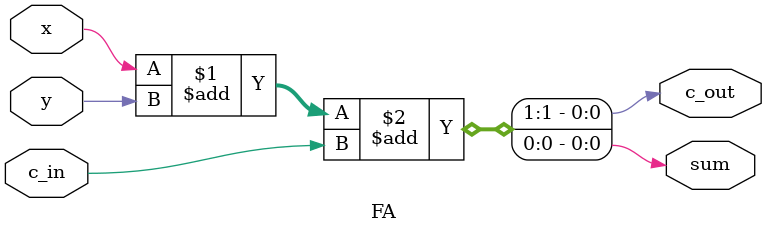
<source format=v>

module testbench;
    reg x,y,c_in;
    wire s,c;
    FA adder(.x(x),.y(y),.c_in(c_in),.sum(s),.c_out(c));
    initial begin

        x = 0;
        y = 0;
        c_in = 0;
        #5
        $display ("X = %d , Y = %d , C_in = %d , C_out = %d , S = %d\n",x,y,c_in,c,s);
        #20 

        x = 1;
        y = 0;
        c_in = 0;
        #5
        $display ("X = %d , Y = %d , C_in = %d , C_out = %d , S = %d\n",x,y,c_in,c,s);
        #20 

        x = 0;
        y = 1;
        c_in = 0;
        #5
        $display ("X = %d , Y = %d , C_in = %d , C_out = %d , S = %d\n",x,y,c_in,c,s);
        #20 

        x = 1;
        y = 1;
        c_in = 0;
        #5
        $display ("X = %d , Y = %d , C_in = %d , C_out = %d , S = %d\n",x,y,c_in,c,s);
        #20 

        x = 0;
        y = 0;
        c_in = 1;
        #5
        $display ("X = %d , Y = %d , C_in = %d , C_out = %d , S = %d\n",x,y,c_in,c,s);
        #20 

        x = 1;
        y = 0;
        c_in = 1;
        #5
        $display ("X = %d , Y = %d , C_in = %d , C_out = %d , S = %d\n",x,y,c_in,c,s);
        #20 

        x = 0;
        y = 1;
        c_in = 1;
        #5
        $display ("X = %d , Y = %d , C_in = %d , C_out = %d , S = %d\n",x,y,c_in,c,s);
        #20 

        x = 1;
        y = 1;
        c_in = 1;
        #5
        $display ("X = %d , Y = %d , C_in = %d , C_out = %d , S = %d\n",x,y,c_in,c,s);

        $finish;

    end
endmodule



module HA(a, b, sum, carry);
    input a, b;
    output sum, carry;
    reg sum, carry;

    always@(a or b)
    begin
        sum = a^b;
        carry = a&b;
    end
endmodule



module FA(x,y,c_in,sum,c_out);
    input x,y,c_in;
    output sum,c_out;
    
    assign{c_out , sum } = x+y+c_in ;
    
endmodule

</source>
